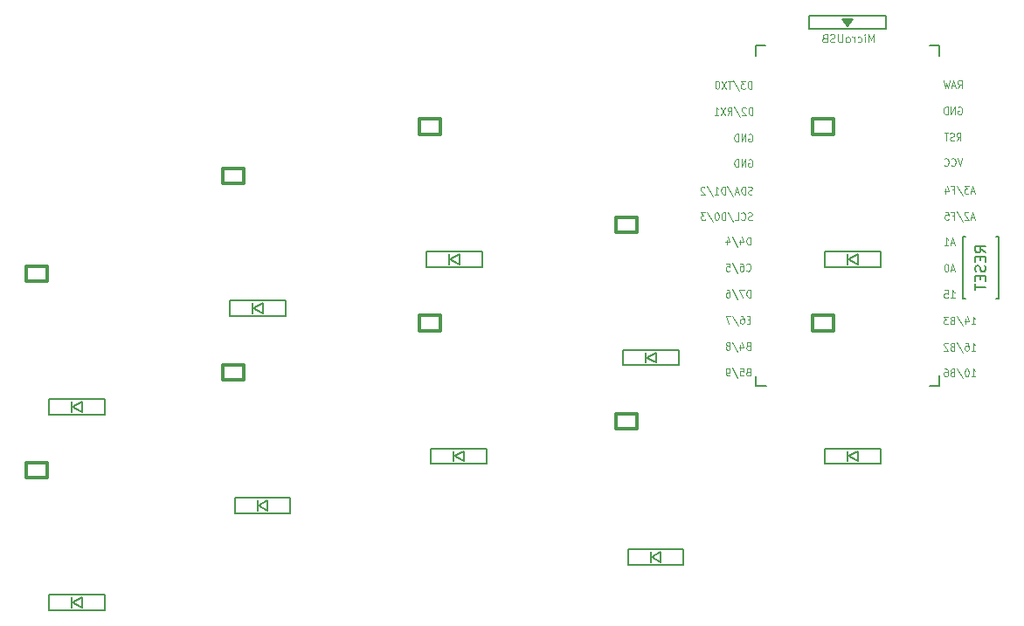
<source format=gbr>
G04 #@! TF.GenerationSoftware,KiCad,Pcbnew,(5.1.4)-1*
G04 #@! TF.CreationDate,2019-10-27T04:35:50+09:00*
G04 #@! TF.ProjectId,pps8,70707338-2e6b-4696-9361-645f70636258,rev?*
G04 #@! TF.SameCoordinates,Original*
G04 #@! TF.FileFunction,Legend,Bot*
G04 #@! TF.FilePolarity,Positive*
%FSLAX46Y46*%
G04 Gerber Fmt 4.6, Leading zero omitted, Abs format (unit mm)*
G04 Created by KiCad (PCBNEW (5.1.4)-1) date 2019-10-27 04:35:50*
%MOMM*%
%LPD*%
G04 APERTURE LIST*
%ADD10C,0.300000*%
%ADD11C,0.150000*%
%ADD12C,0.120000*%
%ADD13C,0.125000*%
G04 APERTURE END LIST*
D10*
X7620000Y-5850000D02*
X5570000Y-5850000D01*
X7620000Y-4400000D02*
X7620000Y-5850000D01*
X5570000Y-4400000D02*
X7620000Y-4400000D01*
X5570000Y-5850000D02*
X5570000Y-4400000D01*
X5570000Y-24900000D02*
X5570000Y-23450000D01*
X5570000Y-23450000D02*
X7620000Y-23450000D01*
X7620000Y-23450000D02*
X7620000Y-24900000D01*
X7620000Y-24900000D02*
X5570000Y-24900000D01*
D11*
X13200000Y-18750000D02*
X13200000Y-17250000D01*
X7800000Y-18750000D02*
X13200000Y-18750000D01*
X7800000Y-17250000D02*
X7800000Y-18750000D01*
X13200000Y-17250000D02*
X7800000Y-17250000D01*
X10000000Y-17500000D02*
X10000000Y-18500000D01*
X11000000Y-18500000D02*
X10100000Y-18000000D01*
X11000000Y-17500000D02*
X11000000Y-18500000D01*
X10100000Y-18000000D02*
X11000000Y-17500000D01*
X10100000Y-37000000D02*
X11000000Y-36500000D01*
X11000000Y-36500000D02*
X11000000Y-37500000D01*
X11000000Y-37500000D02*
X10100000Y-37000000D01*
X10000000Y-36500000D02*
X10000000Y-37500000D01*
X13200000Y-36250000D02*
X7800000Y-36250000D01*
X7800000Y-36250000D02*
X7800000Y-37750000D01*
X7800000Y-37750000D02*
X13200000Y-37750000D01*
X13200000Y-37750000D02*
X13200000Y-36250000D01*
D10*
X24620000Y3675000D02*
X24620000Y5125000D01*
X24620000Y5125000D02*
X26670000Y5125000D01*
X26670000Y5125000D02*
X26670000Y3675000D01*
X26670000Y3675000D02*
X24620000Y3675000D01*
X26670000Y-15375000D02*
X24620000Y-15375000D01*
X26670000Y-13925000D02*
X26670000Y-15375000D01*
X24620000Y-13925000D02*
X26670000Y-13925000D01*
X24620000Y-15375000D02*
X24620000Y-13925000D01*
D11*
X27650000Y-8475000D02*
X28550000Y-7975000D01*
X28550000Y-7975000D02*
X28550000Y-8975000D01*
X28550000Y-8975000D02*
X27650000Y-8475000D01*
X27550000Y-7975000D02*
X27550000Y-8975000D01*
X30750000Y-7725000D02*
X25350000Y-7725000D01*
X25350000Y-7725000D02*
X25350000Y-9225000D01*
X25350000Y-9225000D02*
X30750000Y-9225000D01*
X30750000Y-9225000D02*
X30750000Y-7725000D01*
X31200000Y-28350000D02*
X31200000Y-26850000D01*
X25800000Y-28350000D02*
X31200000Y-28350000D01*
X25800000Y-26850000D02*
X25800000Y-28350000D01*
X31200000Y-26850000D02*
X25800000Y-26850000D01*
X28000000Y-27100000D02*
X28000000Y-28100000D01*
X29000000Y-28100000D02*
X28100000Y-27600000D01*
X29000000Y-27100000D02*
X29000000Y-28100000D01*
X28100000Y-27600000D02*
X29000000Y-27100000D01*
D10*
X45720000Y8437500D02*
X43670000Y8437500D01*
X45720000Y9887500D02*
X45720000Y8437500D01*
X43670000Y9887500D02*
X45720000Y9887500D01*
X43670000Y8437500D02*
X43670000Y9887500D01*
X43670000Y-10612500D02*
X43670000Y-9162500D01*
X43670000Y-9162500D02*
X45720000Y-9162500D01*
X45720000Y-9162500D02*
X45720000Y-10612500D01*
X45720000Y-10612500D02*
X43670000Y-10612500D01*
D11*
X49800000Y-4462500D02*
X49800000Y-2962500D01*
X44400000Y-4462500D02*
X49800000Y-4462500D01*
X44400000Y-2962500D02*
X44400000Y-4462500D01*
X49800000Y-2962500D02*
X44400000Y-2962500D01*
X46600000Y-3212500D02*
X46600000Y-4212500D01*
X47600000Y-4212500D02*
X46700000Y-3712500D01*
X47600000Y-3212500D02*
X47600000Y-4212500D01*
X46700000Y-3712500D02*
X47600000Y-3212500D01*
X47100000Y-22800000D02*
X48000000Y-22300000D01*
X48000000Y-22300000D02*
X48000000Y-23300000D01*
X48000000Y-23300000D02*
X47100000Y-22800000D01*
X47000000Y-22300000D02*
X47000000Y-23300000D01*
X50200000Y-22050000D02*
X44800000Y-22050000D01*
X44800000Y-22050000D02*
X44800000Y-23550000D01*
X44800000Y-23550000D02*
X50200000Y-23550000D01*
X50200000Y-23550000D02*
X50200000Y-22050000D01*
D10*
X64770000Y-1087500D02*
X62720000Y-1087500D01*
X64770000Y362500D02*
X64770000Y-1087500D01*
X62720000Y362500D02*
X64770000Y362500D01*
X62720000Y-1087500D02*
X62720000Y362500D01*
X62720000Y-20137500D02*
X62720000Y-18687500D01*
X62720000Y-18687500D02*
X64770000Y-18687500D01*
X64770000Y-18687500D02*
X64770000Y-20137500D01*
X64770000Y-20137500D02*
X62720000Y-20137500D01*
D11*
X65750000Y-13237500D02*
X66650000Y-12737500D01*
X66650000Y-12737500D02*
X66650000Y-13737500D01*
X66650000Y-13737500D02*
X65750000Y-13237500D01*
X65650000Y-12737500D02*
X65650000Y-13737500D01*
X68850000Y-12487500D02*
X63450000Y-12487500D01*
X63450000Y-12487500D02*
X63450000Y-13987500D01*
X63450000Y-13987500D02*
X68850000Y-13987500D01*
X68850000Y-13987500D02*
X68850000Y-12487500D01*
X69300000Y-33350000D02*
X69300000Y-31850000D01*
X63900000Y-33350000D02*
X69300000Y-33350000D01*
X63900000Y-31850000D02*
X63900000Y-33350000D01*
X69300000Y-31850000D02*
X63900000Y-31850000D01*
X66100000Y-32100000D02*
X66100000Y-33100000D01*
X67100000Y-33100000D02*
X66200000Y-32600000D01*
X67100000Y-32100000D02*
X67100000Y-33100000D01*
X66200000Y-32600000D02*
X67100000Y-32100000D01*
X99850000Y-1500000D02*
X99600000Y-1500000D01*
X99850000Y-7500000D02*
X99850000Y-1500000D01*
X99850000Y-7500000D02*
X99600000Y-7500000D01*
X96350000Y-7500000D02*
X96600000Y-7500000D01*
X96350000Y-1500000D02*
X96600000Y-1500000D01*
X96350000Y-7500000D02*
X96350000Y-1500000D01*
X85350000Y19130000D02*
X85050000Y19130000D01*
X85450000Y19280000D02*
X84950000Y19280000D01*
X85550000Y19430000D02*
X84850000Y19430000D01*
X85200000Y18930000D02*
X85700000Y19580000D01*
X84700000Y19580000D02*
X85200000Y18930000D01*
X85700000Y19580000D02*
X84700000Y19580000D01*
X81450000Y19930000D02*
X88950000Y19930000D01*
X81450000Y18630000D02*
X81450000Y19930000D01*
X88950000Y18630000D02*
X81450000Y18630000D01*
X88950000Y19930000D02*
X88950000Y18630000D01*
X94100000Y17030000D02*
X94100000Y16030000D01*
X76300000Y17030000D02*
X76300000Y16030000D01*
X94100000Y17030000D02*
X93100000Y17030000D01*
X76300000Y17030000D02*
X77250000Y17030000D01*
X94100000Y-14970000D02*
X94100000Y-16020000D01*
X76300000Y-15020000D02*
X76300000Y-16020000D01*
X94100000Y-16020000D02*
X93100000Y-16020000D01*
X76300000Y-16020000D02*
X77310000Y-16020000D01*
X88400000Y-4462500D02*
X88400000Y-2962500D01*
X83000000Y-4462500D02*
X88400000Y-4462500D01*
X83000000Y-2962500D02*
X83000000Y-4462500D01*
X88400000Y-2962500D02*
X83000000Y-2962500D01*
X85200000Y-3212500D02*
X85200000Y-4212500D01*
X86200000Y-4212500D02*
X85300000Y-3712500D01*
X86200000Y-3212500D02*
X86200000Y-4212500D01*
X85300000Y-3712500D02*
X86200000Y-3212500D01*
X85300000Y-22800000D02*
X86200000Y-22300000D01*
X86200000Y-22300000D02*
X86200000Y-23300000D01*
X86200000Y-23300000D02*
X85300000Y-22800000D01*
X85200000Y-22300000D02*
X85200000Y-23300000D01*
X88400000Y-22050000D02*
X83000000Y-22050000D01*
X83000000Y-22050000D02*
X83000000Y-23550000D01*
X83000000Y-23550000D02*
X88400000Y-23550000D01*
X88400000Y-23550000D02*
X88400000Y-22050000D01*
D10*
X81770000Y8437500D02*
X81770000Y9887500D01*
X81770000Y9887500D02*
X83820000Y9887500D01*
X83820000Y9887500D02*
X83820000Y8437500D01*
X83820000Y8437500D02*
X81770000Y8437500D01*
X83820000Y-10612500D02*
X81770000Y-10612500D01*
X83820000Y-9162500D02*
X83820000Y-10612500D01*
X81770000Y-9162500D02*
X83820000Y-9162500D01*
X81770000Y-10612500D02*
X81770000Y-9162500D01*
D11*
X98552380Y-3047619D02*
X98076190Y-2714285D01*
X98552380Y-2476190D02*
X97552380Y-2476190D01*
X97552380Y-2857142D01*
X97600000Y-2952380D01*
X97647619Y-3000000D01*
X97742857Y-3047619D01*
X97885714Y-3047619D01*
X97980952Y-3000000D01*
X98028571Y-2952380D01*
X98076190Y-2857142D01*
X98076190Y-2476190D01*
X98028571Y-3476190D02*
X98028571Y-3809523D01*
X98552380Y-3952380D02*
X98552380Y-3476190D01*
X97552380Y-3476190D01*
X97552380Y-3952380D01*
X98504761Y-4333333D02*
X98552380Y-4476190D01*
X98552380Y-4714285D01*
X98504761Y-4809523D01*
X98457142Y-4857142D01*
X98361904Y-4904761D01*
X98266666Y-4904761D01*
X98171428Y-4857142D01*
X98123809Y-4809523D01*
X98076190Y-4714285D01*
X98028571Y-4523809D01*
X97980952Y-4428571D01*
X97933333Y-4380952D01*
X97838095Y-4333333D01*
X97742857Y-4333333D01*
X97647619Y-4380952D01*
X97600000Y-4428571D01*
X97552380Y-4523809D01*
X97552380Y-4761904D01*
X97600000Y-4904761D01*
X98028571Y-5333333D02*
X98028571Y-5666666D01*
X98552380Y-5809523D02*
X98552380Y-5333333D01*
X97552380Y-5333333D01*
X97552380Y-5809523D01*
X97552380Y-6095238D02*
X97552380Y-6666666D01*
X98552380Y-6380952D02*
X97552380Y-6380952D01*
D12*
X87696428Y17340714D02*
X87696428Y18090714D01*
X87446428Y17555000D01*
X87196428Y18090714D01*
X87196428Y17340714D01*
X86839285Y17340714D02*
X86839285Y17840714D01*
X86839285Y18090714D02*
X86875000Y18055000D01*
X86839285Y18019285D01*
X86803571Y18055000D01*
X86839285Y18090714D01*
X86839285Y18019285D01*
X86160714Y17376428D02*
X86232142Y17340714D01*
X86375000Y17340714D01*
X86446428Y17376428D01*
X86482142Y17412142D01*
X86517857Y17483571D01*
X86517857Y17697857D01*
X86482142Y17769285D01*
X86446428Y17805000D01*
X86375000Y17840714D01*
X86232142Y17840714D01*
X86160714Y17805000D01*
X85839285Y17340714D02*
X85839285Y17840714D01*
X85839285Y17697857D02*
X85803571Y17769285D01*
X85767857Y17805000D01*
X85696428Y17840714D01*
X85625000Y17840714D01*
X85267857Y17340714D02*
X85339285Y17376428D01*
X85375000Y17412142D01*
X85410714Y17483571D01*
X85410714Y17697857D01*
X85375000Y17769285D01*
X85339285Y17805000D01*
X85267857Y17840714D01*
X85160714Y17840714D01*
X85089285Y17805000D01*
X85053571Y17769285D01*
X85017857Y17697857D01*
X85017857Y17483571D01*
X85053571Y17412142D01*
X85089285Y17376428D01*
X85160714Y17340714D01*
X85267857Y17340714D01*
X84696428Y18090714D02*
X84696428Y17483571D01*
X84660714Y17412142D01*
X84625000Y17376428D01*
X84553571Y17340714D01*
X84410714Y17340714D01*
X84339285Y17376428D01*
X84303571Y17412142D01*
X84267857Y17483571D01*
X84267857Y18090714D01*
X83946428Y17376428D02*
X83839285Y17340714D01*
X83660714Y17340714D01*
X83589285Y17376428D01*
X83553571Y17412142D01*
X83517857Y17483571D01*
X83517857Y17555000D01*
X83553571Y17626428D01*
X83589285Y17662142D01*
X83660714Y17697857D01*
X83803571Y17733571D01*
X83875000Y17769285D01*
X83910714Y17805000D01*
X83946428Y17876428D01*
X83946428Y17947857D01*
X83910714Y18019285D01*
X83875000Y18055000D01*
X83803571Y18090714D01*
X83625000Y18090714D01*
X83517857Y18055000D01*
X82946428Y17733571D02*
X82839285Y17697857D01*
X82803571Y17662142D01*
X82767857Y17590714D01*
X82767857Y17483571D01*
X82803571Y17412142D01*
X82839285Y17376428D01*
X82910714Y17340714D01*
X83196428Y17340714D01*
X83196428Y18090714D01*
X82946428Y18090714D01*
X82875000Y18055000D01*
X82839285Y18019285D01*
X82803571Y17947857D01*
X82803571Y17876428D01*
X82839285Y17805000D01*
X82875000Y17769285D01*
X82946428Y17733571D01*
X83196428Y17733571D01*
D13*
X75536190Y-12116428D02*
X75440476Y-12152142D01*
X75408571Y-12187857D01*
X75376666Y-12259285D01*
X75376666Y-12366428D01*
X75408571Y-12437857D01*
X75440476Y-12473571D01*
X75504285Y-12509285D01*
X75759523Y-12509285D01*
X75759523Y-11759285D01*
X75536190Y-11759285D01*
X75472380Y-11795000D01*
X75440476Y-11830714D01*
X75408571Y-11902142D01*
X75408571Y-11973571D01*
X75440476Y-12045000D01*
X75472380Y-12080714D01*
X75536190Y-12116428D01*
X75759523Y-12116428D01*
X74802380Y-12009285D02*
X74802380Y-12509285D01*
X74961904Y-11723571D02*
X75121428Y-12259285D01*
X74706666Y-12259285D01*
X73972857Y-11723571D02*
X74547142Y-12687857D01*
X73653809Y-12080714D02*
X73717619Y-12045000D01*
X73749523Y-12009285D01*
X73781428Y-11937857D01*
X73781428Y-11902142D01*
X73749523Y-11830714D01*
X73717619Y-11795000D01*
X73653809Y-11759285D01*
X73526190Y-11759285D01*
X73462380Y-11795000D01*
X73430476Y-11830714D01*
X73398571Y-11902142D01*
X73398571Y-11937857D01*
X73430476Y-12009285D01*
X73462380Y-12045000D01*
X73526190Y-12080714D01*
X73653809Y-12080714D01*
X73717619Y-12116428D01*
X73749523Y-12152142D01*
X73781428Y-12223571D01*
X73781428Y-12366428D01*
X73749523Y-12437857D01*
X73717619Y-12473571D01*
X73653809Y-12509285D01*
X73526190Y-12509285D01*
X73462380Y-12473571D01*
X73430476Y-12437857D01*
X73398571Y-12366428D01*
X73398571Y-12223571D01*
X73430476Y-12152142D01*
X73462380Y-12116428D01*
X73526190Y-12080714D01*
X75963571Y10290714D02*
X75963571Y11040714D01*
X75804047Y11040714D01*
X75708333Y11005000D01*
X75644523Y10933571D01*
X75612619Y10862142D01*
X75580714Y10719285D01*
X75580714Y10612142D01*
X75612619Y10469285D01*
X75644523Y10397857D01*
X75708333Y10326428D01*
X75804047Y10290714D01*
X75963571Y10290714D01*
X75325476Y10969285D02*
X75293571Y11005000D01*
X75229761Y11040714D01*
X75070238Y11040714D01*
X75006428Y11005000D01*
X74974523Y10969285D01*
X74942619Y10897857D01*
X74942619Y10826428D01*
X74974523Y10719285D01*
X75357380Y10290714D01*
X74942619Y10290714D01*
X74176904Y11076428D02*
X74751190Y10112142D01*
X73570714Y10290714D02*
X73794047Y10647857D01*
X73953571Y10290714D02*
X73953571Y11040714D01*
X73698333Y11040714D01*
X73634523Y11005000D01*
X73602619Y10969285D01*
X73570714Y10897857D01*
X73570714Y10790714D01*
X73602619Y10719285D01*
X73634523Y10683571D01*
X73698333Y10647857D01*
X73953571Y10647857D01*
X73347380Y11040714D02*
X72900714Y10290714D01*
X72900714Y11040714D02*
X73347380Y10290714D01*
X72294523Y10290714D02*
X72677380Y10290714D01*
X72485952Y10290714D02*
X72485952Y11040714D01*
X72549761Y10933571D01*
X72613571Y10862142D01*
X72677380Y10826428D01*
X75536190Y-14616428D02*
X75440476Y-14652142D01*
X75408571Y-14687857D01*
X75376666Y-14759285D01*
X75376666Y-14866428D01*
X75408571Y-14937857D01*
X75440476Y-14973571D01*
X75504285Y-15009285D01*
X75759523Y-15009285D01*
X75759523Y-14259285D01*
X75536190Y-14259285D01*
X75472380Y-14295000D01*
X75440476Y-14330714D01*
X75408571Y-14402142D01*
X75408571Y-14473571D01*
X75440476Y-14545000D01*
X75472380Y-14580714D01*
X75536190Y-14616428D01*
X75759523Y-14616428D01*
X74770476Y-14259285D02*
X75089523Y-14259285D01*
X75121428Y-14616428D01*
X75089523Y-14580714D01*
X75025714Y-14545000D01*
X74866190Y-14545000D01*
X74802380Y-14580714D01*
X74770476Y-14616428D01*
X74738571Y-14687857D01*
X74738571Y-14866428D01*
X74770476Y-14937857D01*
X74802380Y-14973571D01*
X74866190Y-15009285D01*
X75025714Y-15009285D01*
X75089523Y-14973571D01*
X75121428Y-14937857D01*
X73972857Y-14223571D02*
X74547142Y-15187857D01*
X73717619Y-15009285D02*
X73590000Y-15009285D01*
X73526190Y-14973571D01*
X73494285Y-14937857D01*
X73430476Y-14830714D01*
X73398571Y-14687857D01*
X73398571Y-14402142D01*
X73430476Y-14330714D01*
X73462380Y-14295000D01*
X73526190Y-14259285D01*
X73653809Y-14259285D01*
X73717619Y-14295000D01*
X73749523Y-14330714D01*
X73781428Y-14402142D01*
X73781428Y-14580714D01*
X73749523Y-14652142D01*
X73717619Y-14687857D01*
X73653809Y-14723571D01*
X73526190Y-14723571D01*
X73462380Y-14687857D01*
X73430476Y-14652142D01*
X73398571Y-14580714D01*
X75376666Y-4787857D02*
X75408571Y-4823571D01*
X75504285Y-4859285D01*
X75568095Y-4859285D01*
X75663809Y-4823571D01*
X75727619Y-4752142D01*
X75759523Y-4680714D01*
X75791428Y-4537857D01*
X75791428Y-4430714D01*
X75759523Y-4287857D01*
X75727619Y-4216428D01*
X75663809Y-4145000D01*
X75568095Y-4109285D01*
X75504285Y-4109285D01*
X75408571Y-4145000D01*
X75376666Y-4180714D01*
X74802380Y-4109285D02*
X74930000Y-4109285D01*
X74993809Y-4145000D01*
X75025714Y-4180714D01*
X75089523Y-4287857D01*
X75121428Y-4430714D01*
X75121428Y-4716428D01*
X75089523Y-4787857D01*
X75057619Y-4823571D01*
X74993809Y-4859285D01*
X74866190Y-4859285D01*
X74802380Y-4823571D01*
X74770476Y-4787857D01*
X74738571Y-4716428D01*
X74738571Y-4537857D01*
X74770476Y-4466428D01*
X74802380Y-4430714D01*
X74866190Y-4395000D01*
X74993809Y-4395000D01*
X75057619Y-4430714D01*
X75089523Y-4466428D01*
X75121428Y-4537857D01*
X73972857Y-4073571D02*
X74547142Y-5037857D01*
X73430476Y-4109285D02*
X73749523Y-4109285D01*
X73781428Y-4466428D01*
X73749523Y-4430714D01*
X73685714Y-4395000D01*
X73526190Y-4395000D01*
X73462380Y-4430714D01*
X73430476Y-4466428D01*
X73398571Y-4537857D01*
X73398571Y-4716428D01*
X73430476Y-4787857D01*
X73462380Y-4823571D01*
X73526190Y-4859285D01*
X73685714Y-4859285D01*
X73749523Y-4823571D01*
X73781428Y-4787857D01*
X75917619Y126428D02*
X75821904Y90714D01*
X75662380Y90714D01*
X75598571Y126428D01*
X75566666Y162142D01*
X75534761Y233571D01*
X75534761Y305000D01*
X75566666Y376428D01*
X75598571Y412142D01*
X75662380Y447857D01*
X75790000Y483571D01*
X75853809Y519285D01*
X75885714Y555000D01*
X75917619Y626428D01*
X75917619Y697857D01*
X75885714Y769285D01*
X75853809Y805000D01*
X75790000Y840714D01*
X75630476Y840714D01*
X75534761Y805000D01*
X74864761Y162142D02*
X74896666Y126428D01*
X74992380Y90714D01*
X75056190Y90714D01*
X75151904Y126428D01*
X75215714Y197857D01*
X75247619Y269285D01*
X75279523Y412142D01*
X75279523Y519285D01*
X75247619Y662142D01*
X75215714Y733571D01*
X75151904Y805000D01*
X75056190Y840714D01*
X74992380Y840714D01*
X74896666Y805000D01*
X74864761Y769285D01*
X74258571Y90714D02*
X74577619Y90714D01*
X74577619Y840714D01*
X73556666Y876428D02*
X74130952Y-87857D01*
X73333333Y90714D02*
X73333333Y840714D01*
X73173809Y840714D01*
X73078095Y805000D01*
X73014285Y733571D01*
X72982380Y662142D01*
X72950476Y519285D01*
X72950476Y412142D01*
X72982380Y269285D01*
X73014285Y197857D01*
X73078095Y126428D01*
X73173809Y90714D01*
X73333333Y90714D01*
X72535714Y840714D02*
X72471904Y840714D01*
X72408095Y805000D01*
X72376190Y769285D01*
X72344285Y697857D01*
X72312380Y555000D01*
X72312380Y376428D01*
X72344285Y233571D01*
X72376190Y162142D01*
X72408095Y126428D01*
X72471904Y90714D01*
X72535714Y90714D01*
X72599523Y126428D01*
X72631428Y162142D01*
X72663333Y233571D01*
X72695238Y376428D01*
X72695238Y555000D01*
X72663333Y697857D01*
X72631428Y769285D01*
X72599523Y805000D01*
X72535714Y840714D01*
X71546666Y876428D02*
X72120952Y-87857D01*
X71387142Y840714D02*
X70972380Y840714D01*
X71195714Y555000D01*
X71100000Y555000D01*
X71036190Y519285D01*
X71004285Y483571D01*
X70972380Y412142D01*
X70972380Y233571D01*
X71004285Y162142D01*
X71036190Y126428D01*
X71100000Y90714D01*
X71291428Y90714D01*
X71355238Y126428D01*
X71387142Y162142D01*
X75933571Y2626428D02*
X75837857Y2590714D01*
X75678333Y2590714D01*
X75614523Y2626428D01*
X75582619Y2662142D01*
X75550714Y2733571D01*
X75550714Y2805000D01*
X75582619Y2876428D01*
X75614523Y2912142D01*
X75678333Y2947857D01*
X75805952Y2983571D01*
X75869761Y3019285D01*
X75901666Y3055000D01*
X75933571Y3126428D01*
X75933571Y3197857D01*
X75901666Y3269285D01*
X75869761Y3305000D01*
X75805952Y3340714D01*
X75646428Y3340714D01*
X75550714Y3305000D01*
X75263571Y2590714D02*
X75263571Y3340714D01*
X75104047Y3340714D01*
X75008333Y3305000D01*
X74944523Y3233571D01*
X74912619Y3162142D01*
X74880714Y3019285D01*
X74880714Y2912142D01*
X74912619Y2769285D01*
X74944523Y2697857D01*
X75008333Y2626428D01*
X75104047Y2590714D01*
X75263571Y2590714D01*
X74625476Y2805000D02*
X74306428Y2805000D01*
X74689285Y2590714D02*
X74465952Y3340714D01*
X74242619Y2590714D01*
X73540714Y3376428D02*
X74115000Y2412142D01*
X73317380Y2590714D02*
X73317380Y3340714D01*
X73157857Y3340714D01*
X73062142Y3305000D01*
X72998333Y3233571D01*
X72966428Y3162142D01*
X72934523Y3019285D01*
X72934523Y2912142D01*
X72966428Y2769285D01*
X72998333Y2697857D01*
X73062142Y2626428D01*
X73157857Y2590714D01*
X73317380Y2590714D01*
X72296428Y2590714D02*
X72679285Y2590714D01*
X72487857Y2590714D02*
X72487857Y3340714D01*
X72551666Y3233571D01*
X72615476Y3162142D01*
X72679285Y3126428D01*
X71530714Y3376428D02*
X72105000Y2412142D01*
X71339285Y3269285D02*
X71307380Y3305000D01*
X71243571Y3340714D01*
X71084047Y3340714D01*
X71020238Y3305000D01*
X70988333Y3269285D01*
X70956428Y3197857D01*
X70956428Y3126428D01*
X70988333Y3019285D01*
X71371190Y2590714D01*
X70956428Y2590714D01*
X75759523Y-2309285D02*
X75759523Y-1559285D01*
X75600000Y-1559285D01*
X75504285Y-1595000D01*
X75440476Y-1666428D01*
X75408571Y-1737857D01*
X75376666Y-1880714D01*
X75376666Y-1987857D01*
X75408571Y-2130714D01*
X75440476Y-2202142D01*
X75504285Y-2273571D01*
X75600000Y-2309285D01*
X75759523Y-2309285D01*
X74802380Y-1809285D02*
X74802380Y-2309285D01*
X74961904Y-1523571D02*
X75121428Y-2059285D01*
X74706666Y-2059285D01*
X73972857Y-1523571D02*
X74547142Y-2487857D01*
X73462380Y-1809285D02*
X73462380Y-2309285D01*
X73621904Y-1523571D02*
X73781428Y-2059285D01*
X73366666Y-2059285D01*
X75883809Y12840714D02*
X75883809Y13590714D01*
X75724285Y13590714D01*
X75628571Y13555000D01*
X75564761Y13483571D01*
X75532857Y13412142D01*
X75500952Y13269285D01*
X75500952Y13162142D01*
X75532857Y13019285D01*
X75564761Y12947857D01*
X75628571Y12876428D01*
X75724285Y12840714D01*
X75883809Y12840714D01*
X75277619Y13590714D02*
X74862857Y13590714D01*
X75086190Y13305000D01*
X74990476Y13305000D01*
X74926666Y13269285D01*
X74894761Y13233571D01*
X74862857Y13162142D01*
X74862857Y12983571D01*
X74894761Y12912142D01*
X74926666Y12876428D01*
X74990476Y12840714D01*
X75181904Y12840714D01*
X75245714Y12876428D01*
X75277619Y12912142D01*
X74097142Y13626428D02*
X74671428Y12662142D01*
X73969523Y13590714D02*
X73586666Y13590714D01*
X73778095Y12840714D02*
X73778095Y13590714D01*
X73427142Y13590714D02*
X72980476Y12840714D01*
X72980476Y13590714D02*
X73427142Y12840714D01*
X72597619Y13590714D02*
X72533809Y13590714D01*
X72470000Y13555000D01*
X72438095Y13519285D01*
X72406190Y13447857D01*
X72374285Y13305000D01*
X72374285Y13126428D01*
X72406190Y12983571D01*
X72438095Y12912142D01*
X72470000Y12876428D01*
X72533809Y12840714D01*
X72597619Y12840714D01*
X72661428Y12876428D01*
X72693333Y12912142D01*
X72725238Y12983571D01*
X72757142Y13126428D01*
X72757142Y13305000D01*
X72725238Y13447857D01*
X72693333Y13519285D01*
X72661428Y13555000D01*
X72597619Y13590714D01*
X75605476Y5955000D02*
X75669285Y5990714D01*
X75765000Y5990714D01*
X75860714Y5955000D01*
X75924523Y5883571D01*
X75956428Y5812142D01*
X75988333Y5669285D01*
X75988333Y5562142D01*
X75956428Y5419285D01*
X75924523Y5347857D01*
X75860714Y5276428D01*
X75765000Y5240714D01*
X75701190Y5240714D01*
X75605476Y5276428D01*
X75573571Y5312142D01*
X75573571Y5562142D01*
X75701190Y5562142D01*
X75286428Y5240714D02*
X75286428Y5990714D01*
X74903571Y5240714D01*
X74903571Y5990714D01*
X74584523Y5240714D02*
X74584523Y5990714D01*
X74425000Y5990714D01*
X74329285Y5955000D01*
X74265476Y5883571D01*
X74233571Y5812142D01*
X74201666Y5669285D01*
X74201666Y5562142D01*
X74233571Y5419285D01*
X74265476Y5347857D01*
X74329285Y5276428D01*
X74425000Y5240714D01*
X74584523Y5240714D01*
X75605476Y8405000D02*
X75669285Y8440714D01*
X75765000Y8440714D01*
X75860714Y8405000D01*
X75924523Y8333571D01*
X75956428Y8262142D01*
X75988333Y8119285D01*
X75988333Y8012142D01*
X75956428Y7869285D01*
X75924523Y7797857D01*
X75860714Y7726428D01*
X75765000Y7690714D01*
X75701190Y7690714D01*
X75605476Y7726428D01*
X75573571Y7762142D01*
X75573571Y8012142D01*
X75701190Y8012142D01*
X75286428Y7690714D02*
X75286428Y8440714D01*
X74903571Y7690714D01*
X74903571Y8440714D01*
X74584523Y7690714D02*
X74584523Y8440714D01*
X74425000Y8440714D01*
X74329285Y8405000D01*
X74265476Y8333571D01*
X74233571Y8262142D01*
X74201666Y8119285D01*
X74201666Y8012142D01*
X74233571Y7869285D01*
X74265476Y7797857D01*
X74329285Y7726428D01*
X74425000Y7690714D01*
X74584523Y7690714D01*
X75759523Y-7409285D02*
X75759523Y-6659285D01*
X75600000Y-6659285D01*
X75504285Y-6695000D01*
X75440476Y-6766428D01*
X75408571Y-6837857D01*
X75376666Y-6980714D01*
X75376666Y-7087857D01*
X75408571Y-7230714D01*
X75440476Y-7302142D01*
X75504285Y-7373571D01*
X75600000Y-7409285D01*
X75759523Y-7409285D01*
X75153333Y-6659285D02*
X74706666Y-6659285D01*
X74993809Y-7409285D01*
X73972857Y-6623571D02*
X74547142Y-7587857D01*
X73462380Y-6659285D02*
X73590000Y-6659285D01*
X73653809Y-6695000D01*
X73685714Y-6730714D01*
X73749523Y-6837857D01*
X73781428Y-6980714D01*
X73781428Y-7266428D01*
X73749523Y-7337857D01*
X73717619Y-7373571D01*
X73653809Y-7409285D01*
X73526190Y-7409285D01*
X73462380Y-7373571D01*
X73430476Y-7337857D01*
X73398571Y-7266428D01*
X73398571Y-7087857D01*
X73430476Y-7016428D01*
X73462380Y-6980714D01*
X73526190Y-6945000D01*
X73653809Y-6945000D01*
X73717619Y-6980714D01*
X73749523Y-7016428D01*
X73781428Y-7087857D01*
X75727619Y-9566428D02*
X75504285Y-9566428D01*
X75408571Y-9959285D02*
X75727619Y-9959285D01*
X75727619Y-9209285D01*
X75408571Y-9209285D01*
X74834285Y-9209285D02*
X74961904Y-9209285D01*
X75025714Y-9245000D01*
X75057619Y-9280714D01*
X75121428Y-9387857D01*
X75153333Y-9530714D01*
X75153333Y-9816428D01*
X75121428Y-9887857D01*
X75089523Y-9923571D01*
X75025714Y-9959285D01*
X74898095Y-9959285D01*
X74834285Y-9923571D01*
X74802380Y-9887857D01*
X74770476Y-9816428D01*
X74770476Y-9637857D01*
X74802380Y-9566428D01*
X74834285Y-9530714D01*
X74898095Y-9495000D01*
X75025714Y-9495000D01*
X75089523Y-9530714D01*
X75121428Y-9566428D01*
X75153333Y-9637857D01*
X74004761Y-9173571D02*
X74579047Y-10137857D01*
X73845238Y-9209285D02*
X73398571Y-9209285D01*
X73685714Y-9959285D01*
X97177619Y-12559285D02*
X97560476Y-12559285D01*
X97369047Y-12559285D02*
X97369047Y-11809285D01*
X97432857Y-11916428D01*
X97496666Y-11987857D01*
X97560476Y-12023571D01*
X96603333Y-11809285D02*
X96730952Y-11809285D01*
X96794761Y-11845000D01*
X96826666Y-11880714D01*
X96890476Y-11987857D01*
X96922380Y-12130714D01*
X96922380Y-12416428D01*
X96890476Y-12487857D01*
X96858571Y-12523571D01*
X96794761Y-12559285D01*
X96667142Y-12559285D01*
X96603333Y-12523571D01*
X96571428Y-12487857D01*
X96539523Y-12416428D01*
X96539523Y-12237857D01*
X96571428Y-12166428D01*
X96603333Y-12130714D01*
X96667142Y-12095000D01*
X96794761Y-12095000D01*
X96858571Y-12130714D01*
X96890476Y-12166428D01*
X96922380Y-12237857D01*
X95773809Y-11773571D02*
X96348095Y-12737857D01*
X95327142Y-12166428D02*
X95231428Y-12202142D01*
X95199523Y-12237857D01*
X95167619Y-12309285D01*
X95167619Y-12416428D01*
X95199523Y-12487857D01*
X95231428Y-12523571D01*
X95295238Y-12559285D01*
X95550476Y-12559285D01*
X95550476Y-11809285D01*
X95327142Y-11809285D01*
X95263333Y-11845000D01*
X95231428Y-11880714D01*
X95199523Y-11952142D01*
X95199523Y-12023571D01*
X95231428Y-12095000D01*
X95263333Y-12130714D01*
X95327142Y-12166428D01*
X95550476Y-12166428D01*
X94912380Y-11880714D02*
X94880476Y-11845000D01*
X94816666Y-11809285D01*
X94657142Y-11809285D01*
X94593333Y-11845000D01*
X94561428Y-11880714D01*
X94529523Y-11952142D01*
X94529523Y-12023571D01*
X94561428Y-12130714D01*
X94944285Y-12559285D01*
X94529523Y-12559285D01*
X97177619Y-15059285D02*
X97560476Y-15059285D01*
X97369047Y-15059285D02*
X97369047Y-14309285D01*
X97432857Y-14416428D01*
X97496666Y-14487857D01*
X97560476Y-14523571D01*
X96762857Y-14309285D02*
X96699047Y-14309285D01*
X96635238Y-14345000D01*
X96603333Y-14380714D01*
X96571428Y-14452142D01*
X96539523Y-14595000D01*
X96539523Y-14773571D01*
X96571428Y-14916428D01*
X96603333Y-14987857D01*
X96635238Y-15023571D01*
X96699047Y-15059285D01*
X96762857Y-15059285D01*
X96826666Y-15023571D01*
X96858571Y-14987857D01*
X96890476Y-14916428D01*
X96922380Y-14773571D01*
X96922380Y-14595000D01*
X96890476Y-14452142D01*
X96858571Y-14380714D01*
X96826666Y-14345000D01*
X96762857Y-14309285D01*
X95773809Y-14273571D02*
X96348095Y-15237857D01*
X95327142Y-14666428D02*
X95231428Y-14702142D01*
X95199523Y-14737857D01*
X95167619Y-14809285D01*
X95167619Y-14916428D01*
X95199523Y-14987857D01*
X95231428Y-15023571D01*
X95295238Y-15059285D01*
X95550476Y-15059285D01*
X95550476Y-14309285D01*
X95327142Y-14309285D01*
X95263333Y-14345000D01*
X95231428Y-14380714D01*
X95199523Y-14452142D01*
X95199523Y-14523571D01*
X95231428Y-14595000D01*
X95263333Y-14630714D01*
X95327142Y-14666428D01*
X95550476Y-14666428D01*
X94593333Y-14309285D02*
X94720952Y-14309285D01*
X94784761Y-14345000D01*
X94816666Y-14380714D01*
X94880476Y-14487857D01*
X94912380Y-14630714D01*
X94912380Y-14916428D01*
X94880476Y-14987857D01*
X94848571Y-15023571D01*
X94784761Y-15059285D01*
X94657142Y-15059285D01*
X94593333Y-15023571D01*
X94561428Y-14987857D01*
X94529523Y-14916428D01*
X94529523Y-14737857D01*
X94561428Y-14666428D01*
X94593333Y-14630714D01*
X94657142Y-14595000D01*
X94784761Y-14595000D01*
X94848571Y-14630714D01*
X94880476Y-14666428D01*
X94912380Y-14737857D01*
X97177619Y-10009285D02*
X97560476Y-10009285D01*
X97369047Y-10009285D02*
X97369047Y-9259285D01*
X97432857Y-9366428D01*
X97496666Y-9437857D01*
X97560476Y-9473571D01*
X96603333Y-9509285D02*
X96603333Y-10009285D01*
X96762857Y-9223571D02*
X96922380Y-9759285D01*
X96507619Y-9759285D01*
X95773809Y-9223571D02*
X96348095Y-10187857D01*
X95327142Y-9616428D02*
X95231428Y-9652142D01*
X95199523Y-9687857D01*
X95167619Y-9759285D01*
X95167619Y-9866428D01*
X95199523Y-9937857D01*
X95231428Y-9973571D01*
X95295238Y-10009285D01*
X95550476Y-10009285D01*
X95550476Y-9259285D01*
X95327142Y-9259285D01*
X95263333Y-9295000D01*
X95231428Y-9330714D01*
X95199523Y-9402142D01*
X95199523Y-9473571D01*
X95231428Y-9545000D01*
X95263333Y-9580714D01*
X95327142Y-9616428D01*
X95550476Y-9616428D01*
X94944285Y-9259285D02*
X94529523Y-9259285D01*
X94752857Y-9545000D01*
X94657142Y-9545000D01*
X94593333Y-9580714D01*
X94561428Y-9616428D01*
X94529523Y-9687857D01*
X94529523Y-9866428D01*
X94561428Y-9937857D01*
X94593333Y-9973571D01*
X94657142Y-10009285D01*
X94848571Y-10009285D01*
X94912380Y-9973571D01*
X94944285Y-9937857D01*
X95172619Y-7459285D02*
X95555476Y-7459285D01*
X95364047Y-7459285D02*
X95364047Y-6709285D01*
X95427857Y-6816428D01*
X95491666Y-6887857D01*
X95555476Y-6923571D01*
X94566428Y-6709285D02*
X94885476Y-6709285D01*
X94917380Y-7066428D01*
X94885476Y-7030714D01*
X94821666Y-6995000D01*
X94662142Y-6995000D01*
X94598333Y-7030714D01*
X94566428Y-7066428D01*
X94534523Y-7137857D01*
X94534523Y-7316428D01*
X94566428Y-7387857D01*
X94598333Y-7423571D01*
X94662142Y-7459285D01*
X94821666Y-7459285D01*
X94885476Y-7423571D01*
X94917380Y-7387857D01*
X95523571Y-4695000D02*
X95204523Y-4695000D01*
X95587380Y-4909285D02*
X95364047Y-4159285D01*
X95140714Y-4909285D01*
X94789761Y-4159285D02*
X94725952Y-4159285D01*
X94662142Y-4195000D01*
X94630238Y-4230714D01*
X94598333Y-4302142D01*
X94566428Y-4445000D01*
X94566428Y-4623571D01*
X94598333Y-4766428D01*
X94630238Y-4837857D01*
X94662142Y-4873571D01*
X94725952Y-4909285D01*
X94789761Y-4909285D01*
X94853571Y-4873571D01*
X94885476Y-4837857D01*
X94917380Y-4766428D01*
X94949285Y-4623571D01*
X94949285Y-4445000D01*
X94917380Y-4302142D01*
X94885476Y-4230714D01*
X94853571Y-4195000D01*
X94789761Y-4159285D01*
X95523571Y-2145000D02*
X95204523Y-2145000D01*
X95587380Y-2359285D02*
X95364047Y-1609285D01*
X95140714Y-2359285D01*
X94566428Y-2359285D02*
X94949285Y-2359285D01*
X94757857Y-2359285D02*
X94757857Y-1609285D01*
X94821666Y-1716428D01*
X94885476Y-1787857D01*
X94949285Y-1823571D01*
X97480714Y355000D02*
X97161666Y355000D01*
X97544523Y140714D02*
X97321190Y890714D01*
X97097857Y140714D01*
X96906428Y819285D02*
X96874523Y855000D01*
X96810714Y890714D01*
X96651190Y890714D01*
X96587380Y855000D01*
X96555476Y819285D01*
X96523571Y747857D01*
X96523571Y676428D01*
X96555476Y569285D01*
X96938333Y140714D01*
X96523571Y140714D01*
X95757857Y926428D02*
X96332142Y-37857D01*
X95311190Y533571D02*
X95534523Y533571D01*
X95534523Y140714D02*
X95534523Y890714D01*
X95215476Y890714D01*
X94641190Y890714D02*
X94960238Y890714D01*
X94992142Y533571D01*
X94960238Y569285D01*
X94896428Y605000D01*
X94736904Y605000D01*
X94673095Y569285D01*
X94641190Y533571D01*
X94609285Y462142D01*
X94609285Y283571D01*
X94641190Y212142D01*
X94673095Y176428D01*
X94736904Y140714D01*
X94896428Y140714D01*
X94960238Y176428D01*
X94992142Y212142D01*
X97480714Y2855000D02*
X97161666Y2855000D01*
X97544523Y2640714D02*
X97321190Y3390714D01*
X97097857Y2640714D01*
X96938333Y3390714D02*
X96523571Y3390714D01*
X96746904Y3105000D01*
X96651190Y3105000D01*
X96587380Y3069285D01*
X96555476Y3033571D01*
X96523571Y2962142D01*
X96523571Y2783571D01*
X96555476Y2712142D01*
X96587380Y2676428D01*
X96651190Y2640714D01*
X96842619Y2640714D01*
X96906428Y2676428D01*
X96938333Y2712142D01*
X95757857Y3426428D02*
X96332142Y2462142D01*
X95311190Y3033571D02*
X95534523Y3033571D01*
X95534523Y2640714D02*
X95534523Y3390714D01*
X95215476Y3390714D01*
X94673095Y3140714D02*
X94673095Y2640714D01*
X94832619Y3426428D02*
X94992142Y2890714D01*
X94577380Y2890714D01*
X96288333Y6090714D02*
X96065000Y5340714D01*
X95841666Y6090714D01*
X95235476Y5412142D02*
X95267380Y5376428D01*
X95363095Y5340714D01*
X95426904Y5340714D01*
X95522619Y5376428D01*
X95586428Y5447857D01*
X95618333Y5519285D01*
X95650238Y5662142D01*
X95650238Y5769285D01*
X95618333Y5912142D01*
X95586428Y5983571D01*
X95522619Y6055000D01*
X95426904Y6090714D01*
X95363095Y6090714D01*
X95267380Y6055000D01*
X95235476Y6019285D01*
X94565476Y5412142D02*
X94597380Y5376428D01*
X94693095Y5340714D01*
X94756904Y5340714D01*
X94852619Y5376428D01*
X94916428Y5447857D01*
X94948333Y5519285D01*
X94980238Y5662142D01*
X94980238Y5769285D01*
X94948333Y5912142D01*
X94916428Y5983571D01*
X94852619Y6055000D01*
X94756904Y6090714D01*
X94693095Y6090714D01*
X94597380Y6055000D01*
X94565476Y6019285D01*
X95761904Y7790714D02*
X95985238Y8147857D01*
X96144761Y7790714D02*
X96144761Y8540714D01*
X95889523Y8540714D01*
X95825714Y8505000D01*
X95793809Y8469285D01*
X95761904Y8397857D01*
X95761904Y8290714D01*
X95793809Y8219285D01*
X95825714Y8183571D01*
X95889523Y8147857D01*
X96144761Y8147857D01*
X95506666Y7826428D02*
X95410952Y7790714D01*
X95251428Y7790714D01*
X95187619Y7826428D01*
X95155714Y7862142D01*
X95123809Y7933571D01*
X95123809Y8005000D01*
X95155714Y8076428D01*
X95187619Y8112142D01*
X95251428Y8147857D01*
X95379047Y8183571D01*
X95442857Y8219285D01*
X95474761Y8255000D01*
X95506666Y8326428D01*
X95506666Y8397857D01*
X95474761Y8469285D01*
X95442857Y8505000D01*
X95379047Y8540714D01*
X95219523Y8540714D01*
X95123809Y8505000D01*
X94932380Y8540714D02*
X94549523Y8540714D01*
X94740952Y7790714D02*
X94740952Y8540714D01*
X95905476Y11055000D02*
X95969285Y11090714D01*
X96065000Y11090714D01*
X96160714Y11055000D01*
X96224523Y10983571D01*
X96256428Y10912142D01*
X96288333Y10769285D01*
X96288333Y10662142D01*
X96256428Y10519285D01*
X96224523Y10447857D01*
X96160714Y10376428D01*
X96065000Y10340714D01*
X96001190Y10340714D01*
X95905476Y10376428D01*
X95873571Y10412142D01*
X95873571Y10662142D01*
X96001190Y10662142D01*
X95586428Y10340714D02*
X95586428Y11090714D01*
X95203571Y10340714D01*
X95203571Y11090714D01*
X94884523Y10340714D02*
X94884523Y11090714D01*
X94725000Y11090714D01*
X94629285Y11055000D01*
X94565476Y10983571D01*
X94533571Y10912142D01*
X94501666Y10769285D01*
X94501666Y10662142D01*
X94533571Y10519285D01*
X94565476Y10447857D01*
X94629285Y10376428D01*
X94725000Y10340714D01*
X94884523Y10340714D01*
X95857619Y12890714D02*
X96080952Y13247857D01*
X96240476Y12890714D02*
X96240476Y13640714D01*
X95985238Y13640714D01*
X95921428Y13605000D01*
X95889523Y13569285D01*
X95857619Y13497857D01*
X95857619Y13390714D01*
X95889523Y13319285D01*
X95921428Y13283571D01*
X95985238Y13247857D01*
X96240476Y13247857D01*
X95602380Y13105000D02*
X95283333Y13105000D01*
X95666190Y12890714D02*
X95442857Y13640714D01*
X95219523Y12890714D01*
X95060000Y13640714D02*
X94900476Y12890714D01*
X94772857Y13426428D01*
X94645238Y12890714D01*
X94485714Y13640714D01*
D11*
M02*

</source>
